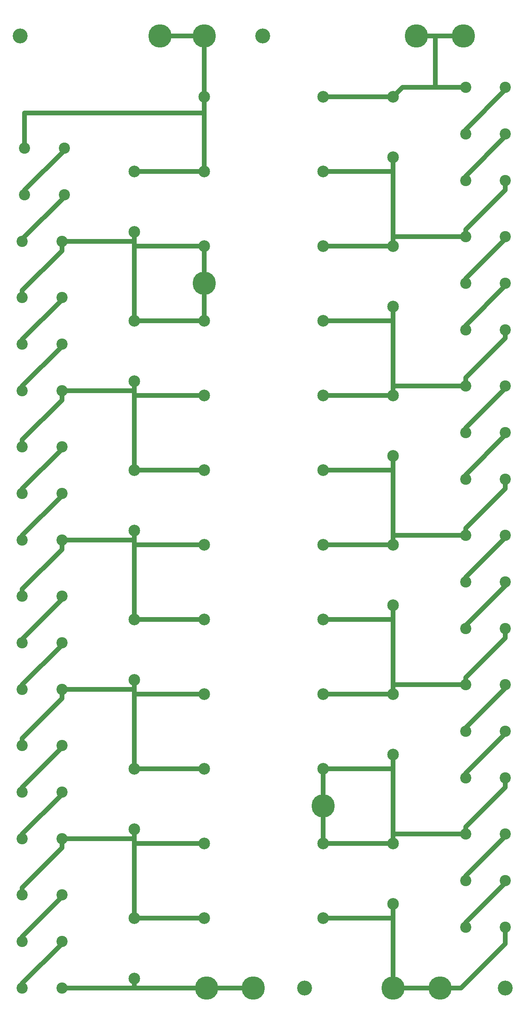
<source format=gbr>
%TF.GenerationSoftware,KiCad,Pcbnew,8.0.8*%
%TF.CreationDate,2025-05-01T13:08:28+01:00*%
%TF.ProjectId,VillardCascadingVoltageMultiplierSubcircuit,56696c6c-6172-4644-9361-73636164696e,rev?*%
%TF.SameCoordinates,Original*%
%TF.FileFunction,Copper,L2,Bot*%
%TF.FilePolarity,Positive*%
%FSLAX46Y46*%
G04 Gerber Fmt 4.6, Leading zero omitted, Abs format (unit mm)*
G04 Created by KiCad (PCBNEW 8.0.8) date 2025-05-01 13:08:28*
%MOMM*%
%LPD*%
G01*
G04 APERTURE LIST*
%TA.AperFunction,ComponentPad*%
%ADD10C,2.400000*%
%TD*%
%TA.AperFunction,ComponentPad*%
%ADD11C,5.000000*%
%TD*%
%TA.AperFunction,ComponentPad*%
%ADD12C,2.500000*%
%TD*%
%TA.AperFunction,ComponentPad*%
%ADD13C,3.200000*%
%TD*%
%TA.AperFunction,Conductor*%
%ADD14C,1.000000*%
%TD*%
%TA.AperFunction,Conductor*%
%ADD15C,0.500000*%
%TD*%
G04 APERTURE END LIST*
D10*
%TO.P,R9,1*%
%TO.N,Net-(C3-Pad1)*%
X39500000Y-192500000D03*
%TO.P,R9,2*%
%TO.N,Net-(R8-Pad2)*%
X48000000Y-192500000D03*
%TD*%
D11*
%TO.P,J2,1,Pin_1*%
%TO.N,Net-(J1-Pin_1)*%
X89000000Y-244500000D03*
%TD*%
D10*
%TO.P,R15,1*%
%TO.N,Net-(C5-Pad1)*%
X39500000Y-160500000D03*
%TO.P,R15,2*%
%TO.N,Net-(R14-Pad2)*%
X48000000Y-160500000D03*
%TD*%
D12*
%TO.P,C10,1*%
%TO.N,Net-(C10-Pad1)*%
X119000000Y-85500000D03*
%TO.P,C10,2*%
%TO.N,Net-(C10-Pad2)*%
X119000000Y-98500000D03*
%TD*%
D13*
%TO.P,J11,1,Pin_1*%
%TO.N,unconnected-(J11-Pin_1-Pad1)*%
X100000000Y-244500000D03*
%TD*%
D10*
%TO.P,R21,1*%
%TO.N,Net-(C7-Pad1)*%
X39500000Y-128500000D03*
%TO.P,R21,2*%
%TO.N,Net-(R20-Pad2)*%
X48000000Y-128500000D03*
%TD*%
D12*
%TO.P,D11,1*%
%TO.N,Net-(J10-Pin_1)*%
X78500000Y-69500000D03*
%TO.P,D11,2*%
%TO.N,Net-(C10-Pad1)*%
X104000000Y-69500000D03*
%TD*%
D11*
%TO.P,J10,1,Pin_1*%
%TO.N,Net-(J10-Pin_1)*%
X69000000Y-40500000D03*
%TD*%
%TO.P,J8,1,Pin_1*%
%TO.N,Net-(J7-Pin_1)*%
X124000000Y-40500000D03*
%TD*%
D10*
%TO.P,R17,1*%
%TO.N,Net-(R16-Pad1)*%
X143000000Y-157500000D03*
%TO.P,R17,2*%
%TO.N,Net-(R17-Pad2)*%
X134500000Y-157500000D03*
%TD*%
D12*
%TO.P,D8,1*%
%TO.N,Net-(C10-Pad2)*%
X104000000Y-117500000D03*
%TO.P,D8,2*%
%TO.N,Net-(C7-Pad1)*%
X78500000Y-117500000D03*
%TD*%
D10*
%TO.P,R16,1*%
%TO.N,Net-(R16-Pad1)*%
X134500000Y-167500000D03*
%TO.P,R16,2*%
%TO.N,Net-(C4-Pad1)*%
X143000000Y-167500000D03*
%TD*%
%TO.P,R1,1*%
%TO.N,Net-(R1-Pad1)*%
X39500000Y-244500000D03*
%TO.P,R1,2*%
%TO.N,Net-(J1-Pin_1)*%
X48000000Y-244500000D03*
%TD*%
D11*
%TO.P,J6,1,Pin_1*%
%TO.N,Net-(J6-Pin_1)*%
X78500000Y-93500000D03*
%TD*%
%TO.P,J5,1,Pin_1*%
%TO.N,Net-(J5-Pin_1)*%
X104000000Y-205500000D03*
%TD*%
D12*
%TO.P,C7,1*%
%TO.N,Net-(C7-Pad1)*%
X63500000Y-133500000D03*
%TO.P,C7,2*%
%TO.N,Net-(C5-Pad1)*%
X63500000Y-146500000D03*
%TD*%
D10*
%TO.P,R30,2*%
%TO.N,Net-(R29-Pad2)*%
X143000000Y-83500000D03*
%TO.P,R30,1*%
%TO.N,Net-(C10-Pad1)*%
X134500000Y-83500000D03*
%TD*%
D12*
%TO.P,C8,1*%
%TO.N,Net-(C10-Pad2)*%
X119000000Y-117500000D03*
%TO.P,C8,2*%
%TO.N,Net-(C6-Pad1)*%
X119000000Y-130500000D03*
%TD*%
D10*
%TO.P,R3,1*%
%TO.N,Net-(C1-Pad1)*%
X39500000Y-224500000D03*
%TO.P,R3,2*%
%TO.N,Net-(R2-Pad2)*%
X48000000Y-224500000D03*
%TD*%
D12*
%TO.P,D2,1*%
%TO.N,Net-(J5-Pin_1)*%
X104000000Y-213500000D03*
%TO.P,D2,2*%
%TO.N,Net-(C1-Pad1)*%
X78500000Y-213500000D03*
%TD*%
D10*
%TO.P,R36,1*%
%TO.N,Net-(J7-Pin_1)*%
X134500000Y-51500000D03*
%TO.P,R36,2*%
%TO.N,Net-(R35-Pad2)*%
X143000000Y-51500000D03*
%TD*%
%TO.P,R18,1*%
%TO.N,Net-(C6-Pad1)*%
X134500000Y-147500000D03*
%TO.P,R18,2*%
%TO.N,Net-(R17-Pad2)*%
X143000000Y-147500000D03*
%TD*%
%TO.P,R33,1*%
%TO.N,Net-(J10-Pin_1)*%
X40000000Y-64500000D03*
%TO.P,R33,2*%
%TO.N,Net-(R32-Pad2)*%
X48500000Y-64500000D03*
%TD*%
D13*
%TO.P,J14,1,Pin_1*%
%TO.N,unconnected-(J14-Pin_1-Pad1)*%
X143000000Y-244500000D03*
%TD*%
D12*
%TO.P,C2,1*%
%TO.N,Net-(J5-Pin_1)*%
X119000000Y-213500000D03*
%TO.P,C2,2*%
%TO.N,Net-(J3-Pin_1)*%
X119000000Y-226500000D03*
%TD*%
%TO.P,C12,1*%
%TO.N,Net-(J7-Pin_1)*%
X119000000Y-53500000D03*
%TO.P,C12,2*%
%TO.N,Net-(C10-Pad1)*%
X119000000Y-66500000D03*
%TD*%
D10*
%TO.P,R27,1*%
%TO.N,Net-(J6-Pin_1)*%
X39500000Y-96500000D03*
%TO.P,R27,2*%
%TO.N,Net-(R26-Pad2)*%
X48000000Y-96500000D03*
%TD*%
D11*
%TO.P,J7,1,Pin_1*%
%TO.N,Net-(J7-Pin_1)*%
X134000000Y-40500000D03*
%TD*%
D10*
%TO.P,R35,1*%
%TO.N,Net-(R34-Pad1)*%
X143000000Y-61500000D03*
%TO.P,R35,2*%
%TO.N,Net-(R35-Pad2)*%
X134500000Y-61500000D03*
%TD*%
%TO.P,R12,1*%
%TO.N,Net-(C4-Pad1)*%
X134500000Y-179500000D03*
%TO.P,R12,2*%
%TO.N,Net-(R11-Pad2)*%
X143000000Y-179500000D03*
%TD*%
%TO.P,R4,1*%
%TO.N,Net-(R4-Pad1)*%
X134500000Y-231500000D03*
%TO.P,R4,2*%
%TO.N,Net-(J3-Pin_1)*%
X143000000Y-231500000D03*
%TD*%
D11*
%TO.P,J9,1,Pin_1*%
%TO.N,Net-(J10-Pin_1)*%
X78500000Y-40500000D03*
%TD*%
%TO.P,J1,1,Pin_1*%
%TO.N,Net-(J1-Pin_1)*%
X79000000Y-244500000D03*
%TD*%
D10*
%TO.P,R5,1*%
%TO.N,Net-(R4-Pad1)*%
X143000000Y-221500000D03*
%TO.P,R5,2*%
%TO.N,Net-(R5-Pad2)*%
X134500000Y-221500000D03*
%TD*%
D12*
%TO.P,D12,1*%
%TO.N,Net-(J7-Pin_1)*%
X104000000Y-53500000D03*
%TO.P,D12,2*%
%TO.N,Net-(J10-Pin_1)*%
X78500000Y-53500000D03*
%TD*%
D10*
%TO.P,R28,1*%
%TO.N,Net-(R28-Pad1)*%
X134500000Y-103500000D03*
%TO.P,R28,2*%
%TO.N,Net-(C10-Pad2)*%
X143000000Y-103500000D03*
%TD*%
D12*
%TO.P,D6,1*%
%TO.N,Net-(C6-Pad1)*%
X104000000Y-149500000D03*
%TO.P,D6,2*%
%TO.N,Net-(C5-Pad1)*%
X78500000Y-149500000D03*
%TD*%
%TO.P,D9,1*%
%TO.N,Net-(J6-Pin_1)*%
X78500000Y-101500000D03*
%TO.P,D9,2*%
%TO.N,Net-(C10-Pad2)*%
X104000000Y-101500000D03*
%TD*%
D10*
%TO.P,R6,1*%
%TO.N,Net-(J5-Pin_1)*%
X134500000Y-211500000D03*
%TO.P,R6,2*%
%TO.N,Net-(R5-Pad2)*%
X143000000Y-211500000D03*
%TD*%
D13*
%TO.P,J13,1,Pin_1*%
%TO.N,unconnected-(J13-Pin_1-Pad1)*%
X91000000Y-40500000D03*
%TD*%
D10*
%TO.P,R20,1*%
%TO.N,Net-(R19-Pad1)*%
X48000000Y-138500000D03*
%TO.P,R20,2*%
%TO.N,Net-(R20-Pad2)*%
X39500000Y-138500000D03*
%TD*%
%TO.P,R10,1*%
%TO.N,Net-(R10-Pad1)*%
X134500000Y-199500000D03*
%TO.P,R10,2*%
%TO.N,Net-(J5-Pin_1)*%
X143000000Y-199500000D03*
%TD*%
%TO.P,R7,1*%
%TO.N,Net-(R7-Pad1)*%
X39500000Y-212500000D03*
%TO.P,R7,2*%
%TO.N,Net-(C1-Pad1)*%
X48000000Y-212500000D03*
%TD*%
%TO.P,R14,1*%
%TO.N,Net-(R13-Pad1)*%
X48000000Y-170500000D03*
%TO.P,R14,2*%
%TO.N,Net-(R14-Pad2)*%
X39500000Y-170500000D03*
%TD*%
D12*
%TO.P,D4,1*%
%TO.N,Net-(C4-Pad1)*%
X104000000Y-181500000D03*
%TO.P,D4,2*%
%TO.N,Net-(C3-Pad1)*%
X78500000Y-181500000D03*
%TD*%
%TO.P,D3,1*%
%TO.N,Net-(C3-Pad1)*%
X78500000Y-197500000D03*
%TO.P,D3,2*%
%TO.N,Net-(J5-Pin_1)*%
X104000000Y-197500000D03*
%TD*%
D10*
%TO.P,R31,1*%
%TO.N,Net-(R31-Pad1)*%
X39500000Y-84500000D03*
%TO.P,R31,2*%
%TO.N,Net-(J6-Pin_1)*%
X48000000Y-84500000D03*
%TD*%
%TO.P,R29,1*%
%TO.N,Net-(R28-Pad1)*%
X143000000Y-93500000D03*
%TO.P,R29,2*%
%TO.N,Net-(R29-Pad2)*%
X134500000Y-93500000D03*
%TD*%
D12*
%TO.P,C1,1*%
%TO.N,Net-(C1-Pad1)*%
X63500000Y-229500000D03*
%TO.P,C1,2*%
%TO.N,Net-(J1-Pin_1)*%
X63500000Y-242500000D03*
%TD*%
D10*
%TO.P,R32,1*%
%TO.N,Net-(R31-Pad1)*%
X48500000Y-74500000D03*
%TO.P,R32,2*%
%TO.N,Net-(R32-Pad2)*%
X40000000Y-74500000D03*
%TD*%
%TO.P,R22,1*%
%TO.N,Net-(R22-Pad1)*%
X134500000Y-135500000D03*
%TO.P,R22,2*%
%TO.N,Net-(C6-Pad1)*%
X143000000Y-135500000D03*
%TD*%
D12*
%TO.P,D1,1*%
%TO.N,Net-(C1-Pad1)*%
X78500000Y-229500000D03*
%TO.P,D1,2*%
%TO.N,Net-(J3-Pin_1)*%
X104000000Y-229500000D03*
%TD*%
D10*
%TO.P,R11,1*%
%TO.N,Net-(R10-Pad1)*%
X143000000Y-189500000D03*
%TO.P,R11,2*%
%TO.N,Net-(R11-Pad2)*%
X134500000Y-189500000D03*
%TD*%
%TO.P,R25,1*%
%TO.N,Net-(R25-Pad1)*%
X39500000Y-116500000D03*
%TO.P,R25,2*%
%TO.N,Net-(C7-Pad1)*%
X48000000Y-116500000D03*
%TD*%
D12*
%TO.P,D10,1*%
%TO.N,Net-(C10-Pad1)*%
X104000000Y-85500000D03*
%TO.P,D10,2*%
%TO.N,Net-(J6-Pin_1)*%
X78500000Y-85500000D03*
%TD*%
D10*
%TO.P,R19,1*%
%TO.N,Net-(R19-Pad1)*%
X39500000Y-148500000D03*
%TO.P,R19,2*%
%TO.N,Net-(C5-Pad1)*%
X48000000Y-148500000D03*
%TD*%
D11*
%TO.P,J4,1,Pin_1*%
%TO.N,Net-(J3-Pin_1)*%
X129000000Y-244500000D03*
%TD*%
D10*
%TO.P,R8,1*%
%TO.N,Net-(R7-Pad1)*%
X48000000Y-202500000D03*
%TO.P,R8,2*%
%TO.N,Net-(R8-Pad2)*%
X39500000Y-202500000D03*
%TD*%
%TO.P,R24,1*%
%TO.N,Net-(C10-Pad2)*%
X134500000Y-115500000D03*
%TO.P,R24,2*%
%TO.N,Net-(R23-Pad2)*%
X143000000Y-115500000D03*
%TD*%
D12*
%TO.P,D5,1*%
%TO.N,Net-(C5-Pad1)*%
X78500000Y-165500000D03*
%TO.P,D5,2*%
%TO.N,Net-(C4-Pad1)*%
X104000000Y-165500000D03*
%TD*%
%TO.P,C4,1*%
%TO.N,Net-(C4-Pad1)*%
X119000000Y-181500000D03*
%TO.P,C4,2*%
%TO.N,Net-(J5-Pin_1)*%
X119000000Y-194500000D03*
%TD*%
D11*
%TO.P,J3,1,Pin_1*%
%TO.N,Net-(J3-Pin_1)*%
X119000000Y-244500000D03*
%TD*%
D10*
%TO.P,R34,1*%
%TO.N,Net-(R34-Pad1)*%
X134500000Y-71500000D03*
%TO.P,R34,2*%
%TO.N,Net-(C10-Pad1)*%
X143000000Y-71500000D03*
%TD*%
%TO.P,R26,2*%
%TO.N,Net-(R26-Pad2)*%
X39500000Y-106500000D03*
%TO.P,R26,1*%
%TO.N,Net-(R25-Pad1)*%
X48000000Y-106500000D03*
%TD*%
D12*
%TO.P,C5,1*%
%TO.N,Net-(C5-Pad1)*%
X63500000Y-165500000D03*
%TO.P,C5,2*%
%TO.N,Net-(C3-Pad1)*%
X63500000Y-178500000D03*
%TD*%
D10*
%TO.P,R13,1*%
%TO.N,Net-(R13-Pad1)*%
X39500000Y-180500000D03*
%TO.P,R13,2*%
%TO.N,Net-(C3-Pad1)*%
X48000000Y-180500000D03*
%TD*%
D12*
%TO.P,C6,1*%
%TO.N,Net-(C6-Pad1)*%
X119000000Y-149500000D03*
%TO.P,C6,2*%
%TO.N,Net-(C4-Pad1)*%
X119000000Y-162500000D03*
%TD*%
%TO.P,C9,1*%
%TO.N,Net-(J6-Pin_1)*%
X63500000Y-101500000D03*
%TO.P,C9,2*%
%TO.N,Net-(C7-Pad1)*%
X63500000Y-114500000D03*
%TD*%
D10*
%TO.P,R2,1*%
%TO.N,Net-(R1-Pad1)*%
X48000000Y-234500000D03*
%TO.P,R2,2*%
%TO.N,Net-(R2-Pad2)*%
X39500000Y-234500000D03*
%TD*%
%TO.P,R23,2*%
%TO.N,Net-(R23-Pad2)*%
X134500000Y-125500000D03*
%TO.P,R23,1*%
%TO.N,Net-(R22-Pad1)*%
X143000000Y-125500000D03*
%TD*%
D12*
%TO.P,D7,1*%
%TO.N,Net-(C7-Pad1)*%
X78500000Y-133500000D03*
%TO.P,D7,2*%
%TO.N,Net-(C6-Pad1)*%
X104000000Y-133500000D03*
%TD*%
D13*
%TO.P,J12,1,Pin_1*%
%TO.N,unconnected-(J12-Pin_1-Pad1)*%
X39000000Y-40500000D03*
%TD*%
D12*
%TO.P,C11,1*%
%TO.N,Net-(J10-Pin_1)*%
X63500000Y-69500000D03*
%TO.P,C11,2*%
%TO.N,Net-(J6-Pin_1)*%
X63500000Y-82500000D03*
%TD*%
%TO.P,C3,1*%
%TO.N,Net-(C3-Pad1)*%
X63500000Y-197500000D03*
%TO.P,C3,2*%
%TO.N,Net-(C1-Pad1)*%
X63500000Y-210500000D03*
%TD*%
D14*
%TO.N,Net-(J7-Pin_1)*%
X121000000Y-51500000D02*
X134500000Y-51500000D01*
X119000000Y-53500000D02*
X121000000Y-51500000D01*
%TO.N,Net-(R17-Pad2)*%
X143000000Y-148000000D02*
X143000000Y-147500000D01*
X134500000Y-156500000D02*
X143000000Y-148000000D01*
X134500000Y-157500000D02*
X134500000Y-156500000D01*
%TO.N,Net-(J5-Pin_1)*%
X104000000Y-197500000D02*
X104000000Y-205500000D01*
X104000000Y-213500000D02*
X104000000Y-205500000D01*
%TO.N,Net-(R32-Pad2)*%
X48500000Y-65000000D02*
X48500000Y-64500000D01*
X40000000Y-73500000D02*
X48500000Y-65000000D01*
X40000000Y-74500000D02*
X40000000Y-73500000D01*
%TO.N,Net-(R31-Pad1)*%
X48500000Y-75000000D02*
X48500000Y-74500000D01*
X39500000Y-84000000D02*
X48500000Y-75000000D01*
X39500000Y-84500000D02*
X39500000Y-84000000D01*
%TO.N,Net-(R26-Pad2)*%
X48000000Y-97000000D02*
X48000000Y-96500000D01*
X39500000Y-105500000D02*
X48000000Y-97000000D01*
X39500000Y-106500000D02*
X39500000Y-105500000D01*
%TO.N,Net-(R25-Pad1)*%
X48000000Y-107000000D02*
X48000000Y-106500000D01*
X39500000Y-115500000D02*
X48000000Y-107000000D01*
X39500000Y-116500000D02*
X39500000Y-115500000D01*
%TO.N,Net-(R20-Pad2)*%
X48000000Y-129000000D02*
X48000000Y-128500000D01*
X39500000Y-137500000D02*
X48000000Y-129000000D01*
X39500000Y-138500000D02*
X39500000Y-137500000D01*
%TO.N,Net-(R19-Pad1)*%
X48000000Y-139000000D02*
X48000000Y-138500000D01*
X39500000Y-147500000D02*
X48000000Y-139000000D01*
X39500000Y-148500000D02*
X39500000Y-147500000D01*
%TO.N,Net-(R14-Pad2)*%
X48000000Y-161250000D02*
X48000000Y-160500000D01*
X39500000Y-169750000D02*
X48000000Y-161250000D01*
X39500000Y-170500000D02*
X39500000Y-169750000D01*
%TO.N,Net-(R13-Pad1)*%
X48000000Y-171000000D02*
X48000000Y-170500000D01*
X39500000Y-179500000D02*
X48000000Y-171000000D01*
X39500000Y-180500000D02*
X39500000Y-179500000D01*
%TO.N,Net-(R8-Pad2)*%
X48000000Y-193000000D02*
X48000000Y-192500000D01*
X39500000Y-201500000D02*
X48000000Y-193000000D01*
X39500000Y-202500000D02*
X39500000Y-201500000D01*
%TO.N,Net-(R7-Pad1)*%
X39500000Y-211500000D02*
X48000000Y-203000000D01*
X39500000Y-212500000D02*
X39500000Y-211500000D01*
X48000000Y-203000000D02*
X48000000Y-202500000D01*
%TO.N,Net-(R2-Pad2)*%
X39500000Y-233500000D02*
X48000000Y-225000000D01*
X48000000Y-225000000D02*
X48000000Y-224500000D01*
X39500000Y-234500000D02*
X39500000Y-233500000D01*
%TO.N,Net-(R1-Pad1)*%
X48000000Y-235000000D02*
X48000000Y-234500000D01*
X39500000Y-243500000D02*
X48000000Y-235000000D01*
X39500000Y-244500000D02*
X39500000Y-243500000D01*
%TO.N,Net-(R4-Pad1)*%
X143000000Y-222000000D02*
X143000000Y-221500000D01*
X134500000Y-230500000D02*
X143000000Y-222000000D01*
X134500000Y-231500000D02*
X134500000Y-230500000D01*
%TO.N,Net-(R5-Pad2)*%
X143000000Y-212000000D02*
X143000000Y-211500000D01*
X134500000Y-220500000D02*
X143000000Y-212000000D01*
X134500000Y-221500000D02*
X134500000Y-220500000D01*
%TO.N,Net-(R11-Pad2)*%
X143000000Y-180250000D02*
X143000000Y-179500000D01*
X134500000Y-188750000D02*
X143000000Y-180250000D01*
X134500000Y-189500000D02*
X134500000Y-188750000D01*
%TO.N,Net-(C10-Pad1)*%
X143000000Y-73500000D02*
X143000000Y-71500000D01*
X134500000Y-82000000D02*
X143000000Y-73500000D01*
X134500000Y-83500000D02*
X134500000Y-82000000D01*
%TO.N,Net-(R35-Pad2)*%
X134500000Y-60500000D02*
X134500000Y-61500000D01*
X143000000Y-52000000D02*
X134500000Y-60500000D01*
X143000000Y-51500000D02*
X143000000Y-52000000D01*
%TO.N,Net-(R34-Pad1)*%
X134500000Y-70500000D02*
X134500000Y-71500000D01*
X143000000Y-62000000D02*
X134500000Y-70500000D01*
X143000000Y-61500000D02*
X143000000Y-62000000D01*
%TO.N,Net-(R29-Pad2)*%
X143000000Y-84000000D02*
X143000000Y-83500000D01*
X134500000Y-93500000D02*
X134500000Y-92500000D01*
X134500000Y-92500000D02*
X143000000Y-84000000D01*
%TO.N,Net-(R28-Pad1)*%
X134500000Y-102500000D02*
X134500000Y-103500000D01*
X143000000Y-94000000D02*
X134500000Y-102500000D01*
X143000000Y-93500000D02*
X143000000Y-94000000D01*
%TO.N,Net-(C10-Pad2)*%
X143000000Y-105250000D02*
X143000000Y-103500000D01*
X134500000Y-113750000D02*
X143000000Y-105250000D01*
X134500000Y-115500000D02*
X134500000Y-113750000D01*
%TO.N,Net-(R23-Pad2)*%
X134500000Y-124500000D02*
X143000000Y-116000000D01*
X134500000Y-125500000D02*
X134500000Y-124500000D01*
X143000000Y-116000000D02*
X143000000Y-115500000D01*
%TO.N,Net-(R22-Pad1)*%
X134500000Y-134500000D02*
X143000000Y-126000000D01*
X134500000Y-135500000D02*
X134500000Y-134500000D01*
X143000000Y-126000000D02*
X143000000Y-125500000D01*
%TO.N,Net-(C6-Pad1)*%
X134500000Y-146000000D02*
X143000000Y-137500000D01*
X134500000Y-147500000D02*
X134500000Y-146000000D01*
X143000000Y-137500000D02*
X143000000Y-135500000D01*
%TO.N,Net-(R16-Pad1)*%
X134500000Y-166812500D02*
X143000000Y-158312500D01*
X134500000Y-167500000D02*
X134500000Y-166812500D01*
X143000000Y-158312500D02*
X143000000Y-157500000D01*
%TO.N,Net-(C4-Pad1)*%
X143000000Y-169500000D02*
X143000000Y-167500000D01*
X134500000Y-178000000D02*
X143000000Y-169500000D01*
X134500000Y-179500000D02*
X134500000Y-178000000D01*
%TO.N,Net-(J5-Pin_1)*%
X134500000Y-210000000D02*
X143000000Y-201500000D01*
X143000000Y-201500000D02*
X143000000Y-199500000D01*
X134500000Y-211500000D02*
X134500000Y-210000000D01*
%TO.N,Net-(R10-Pad1)*%
X134500000Y-198500000D02*
X143000000Y-190000000D01*
X143000000Y-190000000D02*
X143000000Y-189500000D01*
X134500000Y-199500000D02*
X134500000Y-198500000D01*
%TO.N,Net-(J6-Pin_1)*%
X78500000Y-93500000D02*
X78500000Y-101500000D01*
X78500000Y-93500000D02*
X78500000Y-85500000D01*
X48000000Y-84500000D02*
X63500000Y-84500000D01*
X78500000Y-85500000D02*
X63500000Y-85500000D01*
X63500000Y-101500000D02*
X63500000Y-82500000D01*
X78500000Y-101500000D02*
X63500000Y-101500000D01*
%TO.N,Net-(C10-Pad1)*%
X119000000Y-85500000D02*
X104000000Y-85500000D01*
%TO.N,Net-(C10-Pad2)*%
X104000000Y-101500000D02*
X119000000Y-101500000D01*
X104000000Y-117500000D02*
X119000000Y-117500000D01*
X134500000Y-115500000D02*
X119000000Y-115500000D01*
X119000000Y-98500000D02*
X119000000Y-117500000D01*
%TO.N,Net-(C4-Pad1)*%
X104000000Y-165500000D02*
X119000000Y-165500000D01*
%TO.N,Net-(C3-Pad1)*%
X78500000Y-197500000D02*
X63500000Y-197500000D01*
X63500000Y-178500000D02*
X63500000Y-181500000D01*
X78500000Y-181500000D02*
X63500000Y-181500000D01*
X48000000Y-180500000D02*
X63500000Y-180500000D01*
X63500000Y-180500000D02*
X63500000Y-197500000D01*
%TO.N,Net-(C1-Pad1)*%
X48000000Y-212500000D02*
X63500000Y-212500000D01*
X63500000Y-210500000D02*
X63500000Y-214000000D01*
D15*
X63500000Y-214000000D02*
X63500000Y-213500000D01*
D14*
X63500000Y-229500000D02*
X63500000Y-214000000D01*
X63500000Y-213500000D02*
X78500000Y-213500000D01*
X63500000Y-229500000D02*
X78500000Y-229500000D01*
%TO.N,Net-(C7-Pad1)*%
X48000000Y-116500000D02*
X63500000Y-116500000D01*
X78500000Y-117500000D02*
X63500000Y-117500000D01*
X63500000Y-133500000D02*
X63500000Y-114500000D01*
X78500000Y-133500000D02*
X63500000Y-133500000D01*
%TO.N,Net-(C5-Pad1)*%
X78500000Y-165500000D02*
X63500000Y-165500000D01*
X78500000Y-149500000D02*
X63500000Y-149500000D01*
X48000000Y-148500000D02*
X63500000Y-148500000D01*
%TO.N,Net-(C6-Pad1)*%
X104000000Y-133500000D02*
X119000000Y-133500000D01*
X119000000Y-149500000D02*
X104000000Y-149500000D01*
X119000000Y-147500000D02*
X134500000Y-147500000D01*
X119000000Y-149500000D02*
X119000000Y-130500000D01*
%TO.N,Net-(C10-Pad1)*%
X119000000Y-83500000D02*
X119000000Y-85500000D01*
X119000000Y-69500000D02*
X119000000Y-83500000D01*
X119000000Y-83500000D02*
X134500000Y-83500000D01*
X119000000Y-69500000D02*
X119000000Y-66500000D01*
X104000000Y-69500000D02*
X119000000Y-69500000D01*
%TO.N,Net-(J7-Pin_1)*%
X104000000Y-53500000D02*
X119000000Y-53500000D01*
X128000000Y-40500000D02*
X128000000Y-51500000D01*
X124000000Y-40500000D02*
X134000000Y-40500000D01*
%TO.N,Net-(J10-Pin_1)*%
X69000000Y-40500000D02*
X78500000Y-40500000D01*
X78500000Y-53500000D02*
X78500000Y-40500000D01*
X78500000Y-53500000D02*
X78500000Y-57000000D01*
X63500000Y-69500000D02*
X78500000Y-69500000D01*
X78500000Y-57000000D02*
X78500000Y-69500000D01*
X40000000Y-57000000D02*
X78500000Y-57000000D01*
X40000000Y-64500000D02*
X40000000Y-57000000D01*
%TO.N,Net-(C5-Pad1)*%
X39500000Y-160500000D02*
X39500000Y-159000000D01*
X39500000Y-159000000D02*
X48000000Y-150500000D01*
X48000000Y-150500000D02*
X48000000Y-148500000D01*
%TO.N,Net-(C3-Pad1)*%
X48000000Y-182500000D02*
X48000000Y-180500000D01*
X39500000Y-191000000D02*
X48000000Y-182500000D01*
X39500000Y-192500000D02*
X39500000Y-191000000D01*
%TO.N,Net-(C1-Pad1)*%
X48000000Y-214500000D02*
X48000000Y-212500000D01*
X39500000Y-223000000D02*
X48000000Y-214500000D01*
X39500000Y-224500000D02*
X39500000Y-223000000D01*
%TO.N,Net-(J1-Pin_1)*%
X63500000Y-242500000D02*
X63500000Y-244500000D01*
X48000000Y-244500000D02*
X79000000Y-244500000D01*
X89000000Y-244500000D02*
X79000000Y-244500000D01*
%TO.N,Net-(J3-Pin_1)*%
X104000000Y-229500000D02*
X119000000Y-229500000D01*
X119000000Y-244500000D02*
X119000000Y-226500000D01*
X119000000Y-244500000D02*
X129000000Y-244500000D01*
X143000000Y-235000000D02*
X143000000Y-231500000D01*
X133500000Y-244500000D02*
X143000000Y-235000000D01*
X129000000Y-244500000D02*
X133500000Y-244500000D01*
%TO.N,Net-(C4-Pad1)*%
X104000000Y-181500000D02*
X119000000Y-181500000D01*
X134500000Y-179500000D02*
X119000000Y-179500000D01*
X119000000Y-181500000D02*
X119000000Y-162500000D01*
%TO.N,Net-(J5-Pin_1)*%
X104000000Y-197500000D02*
X119000000Y-197500000D01*
X119000000Y-197500000D02*
X119000000Y-211500000D01*
X119000000Y-194500000D02*
X119000000Y-197500000D01*
X134500000Y-211500000D02*
X119000000Y-211500000D01*
X119000000Y-211500000D02*
X119000000Y-213500000D01*
X104000000Y-213500000D02*
X119000000Y-213500000D01*
%TO.N,Net-(C5-Pad1)*%
X63500000Y-165500000D02*
X63500000Y-146500000D01*
%TO.N,Net-(C7-Pad1)*%
X39500000Y-127000000D02*
X48000000Y-118500000D01*
X39500000Y-128500000D02*
X39500000Y-127000000D01*
X48000000Y-118500000D02*
X48000000Y-116500000D01*
%TO.N,Net-(J6-Pin_1)*%
X39500000Y-95000000D02*
X48000000Y-86500000D01*
X48000000Y-86500000D02*
X48000000Y-84500000D01*
X39500000Y-96500000D02*
X39500000Y-95000000D01*
%TD*%
M02*

</source>
